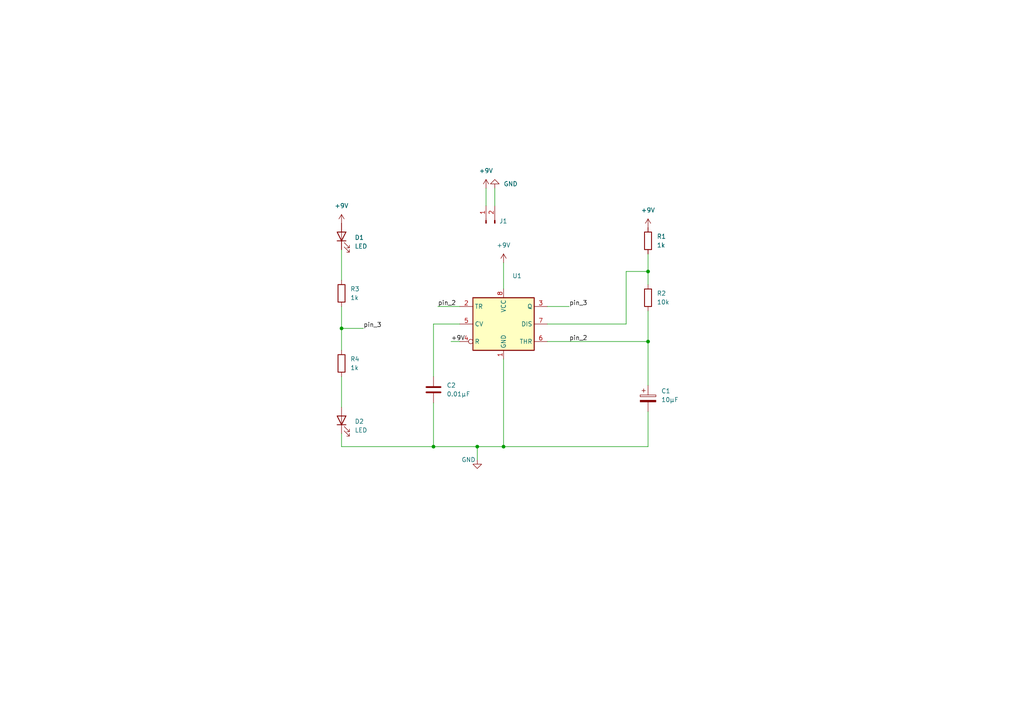
<source format=kicad_sch>
(kicad_sch (version 20211123) (generator eeschema)

  (uuid a54d06f8-11b7-4311-a776-5a4308441b92)

  (paper "A4")

  (lib_symbols
    (symbol "Connector:Conn_01x02_Male" (pin_names (offset 1.016) hide) (in_bom yes) (on_board yes)
      (property "Reference" "J" (id 0) (at 0 2.54 0)
        (effects (font (size 1.27 1.27)))
      )
      (property "Value" "Conn_01x02_Male" (id 1) (at 0 -5.08 0)
        (effects (font (size 1.27 1.27)))
      )
      (property "Footprint" "" (id 2) (at 0 0 0)
        (effects (font (size 1.27 1.27)) hide)
      )
      (property "Datasheet" "~" (id 3) (at 0 0 0)
        (effects (font (size 1.27 1.27)) hide)
      )
      (property "ki_keywords" "connector" (id 4) (at 0 0 0)
        (effects (font (size 1.27 1.27)) hide)
      )
      (property "ki_description" "Generic connector, single row, 01x02, script generated (kicad-library-utils/schlib/autogen/connector/)" (id 5) (at 0 0 0)
        (effects (font (size 1.27 1.27)) hide)
      )
      (property "ki_fp_filters" "Connector*:*_1x??_*" (id 6) (at 0 0 0)
        (effects (font (size 1.27 1.27)) hide)
      )
      (symbol "Conn_01x02_Male_1_1"
        (polyline
          (pts
            (xy 1.27 -2.54)
            (xy 0.8636 -2.54)
          )
          (stroke (width 0.1524) (type default) (color 0 0 0 0))
          (fill (type none))
        )
        (polyline
          (pts
            (xy 1.27 0)
            (xy 0.8636 0)
          )
          (stroke (width 0.1524) (type default) (color 0 0 0 0))
          (fill (type none))
        )
        (rectangle (start 0.8636 -2.413) (end 0 -2.667)
          (stroke (width 0.1524) (type default) (color 0 0 0 0))
          (fill (type outline))
        )
        (rectangle (start 0.8636 0.127) (end 0 -0.127)
          (stroke (width 0.1524) (type default) (color 0 0 0 0))
          (fill (type outline))
        )
        (pin passive line (at 5.08 0 180) (length 3.81)
          (name "Pin_1" (effects (font (size 1.27 1.27))))
          (number "1" (effects (font (size 1.27 1.27))))
        )
        (pin passive line (at 5.08 -2.54 180) (length 3.81)
          (name "Pin_2" (effects (font (size 1.27 1.27))))
          (number "2" (effects (font (size 1.27 1.27))))
        )
      )
    )
    (symbol "Device:C" (pin_numbers hide) (pin_names (offset 0.254)) (in_bom yes) (on_board yes)
      (property "Reference" "C" (id 0) (at 0.635 2.54 0)
        (effects (font (size 1.27 1.27)) (justify left))
      )
      (property "Value" "C" (id 1) (at 0.635 -2.54 0)
        (effects (font (size 1.27 1.27)) (justify left))
      )
      (property "Footprint" "" (id 2) (at 0.9652 -3.81 0)
        (effects (font (size 1.27 1.27)) hide)
      )
      (property "Datasheet" "~" (id 3) (at 0 0 0)
        (effects (font (size 1.27 1.27)) hide)
      )
      (property "ki_keywords" "cap capacitor" (id 4) (at 0 0 0)
        (effects (font (size 1.27 1.27)) hide)
      )
      (property "ki_description" "Unpolarized capacitor" (id 5) (at 0 0 0)
        (effects (font (size 1.27 1.27)) hide)
      )
      (property "ki_fp_filters" "C_*" (id 6) (at 0 0 0)
        (effects (font (size 1.27 1.27)) hide)
      )
      (symbol "C_0_1"
        (polyline
          (pts
            (xy -2.032 -0.762)
            (xy 2.032 -0.762)
          )
          (stroke (width 0.508) (type default) (color 0 0 0 0))
          (fill (type none))
        )
        (polyline
          (pts
            (xy -2.032 0.762)
            (xy 2.032 0.762)
          )
          (stroke (width 0.508) (type default) (color 0 0 0 0))
          (fill (type none))
        )
      )
      (symbol "C_1_1"
        (pin passive line (at 0 3.81 270) (length 2.794)
          (name "~" (effects (font (size 1.27 1.27))))
          (number "1" (effects (font (size 1.27 1.27))))
        )
        (pin passive line (at 0 -3.81 90) (length 2.794)
          (name "~" (effects (font (size 1.27 1.27))))
          (number "2" (effects (font (size 1.27 1.27))))
        )
      )
    )
    (symbol "Device:C_Polarized" (pin_numbers hide) (pin_names (offset 0.254)) (in_bom yes) (on_board yes)
      (property "Reference" "C" (id 0) (at 0.635 2.54 0)
        (effects (font (size 1.27 1.27)) (justify left))
      )
      (property "Value" "C_Polarized" (id 1) (at 0.635 -2.54 0)
        (effects (font (size 1.27 1.27)) (justify left))
      )
      (property "Footprint" "" (id 2) (at 0.9652 -3.81 0)
        (effects (font (size 1.27 1.27)) hide)
      )
      (property "Datasheet" "~" (id 3) (at 0 0 0)
        (effects (font (size 1.27 1.27)) hide)
      )
      (property "ki_keywords" "cap capacitor" (id 4) (at 0 0 0)
        (effects (font (size 1.27 1.27)) hide)
      )
      (property "ki_description" "Polarized capacitor" (id 5) (at 0 0 0)
        (effects (font (size 1.27 1.27)) hide)
      )
      (property "ki_fp_filters" "CP_*" (id 6) (at 0 0 0)
        (effects (font (size 1.27 1.27)) hide)
      )
      (symbol "C_Polarized_0_1"
        (rectangle (start -2.286 0.508) (end 2.286 1.016)
          (stroke (width 0) (type default) (color 0 0 0 0))
          (fill (type none))
        )
        (polyline
          (pts
            (xy -1.778 2.286)
            (xy -0.762 2.286)
          )
          (stroke (width 0) (type default) (color 0 0 0 0))
          (fill (type none))
        )
        (polyline
          (pts
            (xy -1.27 2.794)
            (xy -1.27 1.778)
          )
          (stroke (width 0) (type default) (color 0 0 0 0))
          (fill (type none))
        )
        (rectangle (start 2.286 -0.508) (end -2.286 -1.016)
          (stroke (width 0) (type default) (color 0 0 0 0))
          (fill (type outline))
        )
      )
      (symbol "C_Polarized_1_1"
        (pin passive line (at 0 3.81 270) (length 2.794)
          (name "~" (effects (font (size 1.27 1.27))))
          (number "1" (effects (font (size 1.27 1.27))))
        )
        (pin passive line (at 0 -3.81 90) (length 2.794)
          (name "~" (effects (font (size 1.27 1.27))))
          (number "2" (effects (font (size 1.27 1.27))))
        )
      )
    )
    (symbol "Device:LED" (pin_numbers hide) (pin_names (offset 1.016) hide) (in_bom yes) (on_board yes)
      (property "Reference" "D" (id 0) (at 0 2.54 0)
        (effects (font (size 1.27 1.27)))
      )
      (property "Value" "LED" (id 1) (at 0 -2.54 0)
        (effects (font (size 1.27 1.27)))
      )
      (property "Footprint" "" (id 2) (at 0 0 0)
        (effects (font (size 1.27 1.27)) hide)
      )
      (property "Datasheet" "~" (id 3) (at 0 0 0)
        (effects (font (size 1.27 1.27)) hide)
      )
      (property "ki_keywords" "LED diode" (id 4) (at 0 0 0)
        (effects (font (size 1.27 1.27)) hide)
      )
      (property "ki_description" "Light emitting diode" (id 5) (at 0 0 0)
        (effects (font (size 1.27 1.27)) hide)
      )
      (property "ki_fp_filters" "LED* LED_SMD:* LED_THT:*" (id 6) (at 0 0 0)
        (effects (font (size 1.27 1.27)) hide)
      )
      (symbol "LED_0_1"
        (polyline
          (pts
            (xy -1.27 -1.27)
            (xy -1.27 1.27)
          )
          (stroke (width 0.254) (type default) (color 0 0 0 0))
          (fill (type none))
        )
        (polyline
          (pts
            (xy -1.27 0)
            (xy 1.27 0)
          )
          (stroke (width 0) (type default) (color 0 0 0 0))
          (fill (type none))
        )
        (polyline
          (pts
            (xy 1.27 -1.27)
            (xy 1.27 1.27)
            (xy -1.27 0)
            (xy 1.27 -1.27)
          )
          (stroke (width 0.254) (type default) (color 0 0 0 0))
          (fill (type none))
        )
        (polyline
          (pts
            (xy -3.048 -0.762)
            (xy -4.572 -2.286)
            (xy -3.81 -2.286)
            (xy -4.572 -2.286)
            (xy -4.572 -1.524)
          )
          (stroke (width 0) (type default) (color 0 0 0 0))
          (fill (type none))
        )
        (polyline
          (pts
            (xy -1.778 -0.762)
            (xy -3.302 -2.286)
            (xy -2.54 -2.286)
            (xy -3.302 -2.286)
            (xy -3.302 -1.524)
          )
          (stroke (width 0) (type default) (color 0 0 0 0))
          (fill (type none))
        )
      )
      (symbol "LED_1_1"
        (pin passive line (at -3.81 0 0) (length 2.54)
          (name "K" (effects (font (size 1.27 1.27))))
          (number "1" (effects (font (size 1.27 1.27))))
        )
        (pin passive line (at 3.81 0 180) (length 2.54)
          (name "A" (effects (font (size 1.27 1.27))))
          (number "2" (effects (font (size 1.27 1.27))))
        )
      )
    )
    (symbol "Device:R" (pin_numbers hide) (pin_names (offset 0)) (in_bom yes) (on_board yes)
      (property "Reference" "R" (id 0) (at 2.032 0 90)
        (effects (font (size 1.27 1.27)))
      )
      (property "Value" "R" (id 1) (at 0 0 90)
        (effects (font (size 1.27 1.27)))
      )
      (property "Footprint" "" (id 2) (at -1.778 0 90)
        (effects (font (size 1.27 1.27)) hide)
      )
      (property "Datasheet" "~" (id 3) (at 0 0 0)
        (effects (font (size 1.27 1.27)) hide)
      )
      (property "ki_keywords" "R res resistor" (id 4) (at 0 0 0)
        (effects (font (size 1.27 1.27)) hide)
      )
      (property "ki_description" "Resistor" (id 5) (at 0 0 0)
        (effects (font (size 1.27 1.27)) hide)
      )
      (property "ki_fp_filters" "R_*" (id 6) (at 0 0 0)
        (effects (font (size 1.27 1.27)) hide)
      )
      (symbol "R_0_1"
        (rectangle (start -1.016 -2.54) (end 1.016 2.54)
          (stroke (width 0.254) (type default) (color 0 0 0 0))
          (fill (type none))
        )
      )
      (symbol "R_1_1"
        (pin passive line (at 0 3.81 270) (length 1.27)
          (name "~" (effects (font (size 1.27 1.27))))
          (number "1" (effects (font (size 1.27 1.27))))
        )
        (pin passive line (at 0 -3.81 90) (length 1.27)
          (name "~" (effects (font (size 1.27 1.27))))
          (number "2" (effects (font (size 1.27 1.27))))
        )
      )
    )
    (symbol "Timer:NE555D" (in_bom yes) (on_board yes)
      (property "Reference" "U" (id 0) (at -10.16 8.89 0)
        (effects (font (size 1.27 1.27)) (justify left))
      )
      (property "Value" "NE555D" (id 1) (at 2.54 8.89 0)
        (effects (font (size 1.27 1.27)) (justify left))
      )
      (property "Footprint" "Package_SO:SOIC-8_3.9x4.9mm_P1.27mm" (id 2) (at 21.59 -10.16 0)
        (effects (font (size 1.27 1.27)) hide)
      )
      (property "Datasheet" "http://www.ti.com/lit/ds/symlink/ne555.pdf" (id 3) (at 21.59 -10.16 0)
        (effects (font (size 1.27 1.27)) hide)
      )
      (property "ki_keywords" "single timer 555" (id 4) (at 0 0 0)
        (effects (font (size 1.27 1.27)) hide)
      )
      (property "ki_description" "Precision Timers, 555 compatible, SOIC-8" (id 5) (at 0 0 0)
        (effects (font (size 1.27 1.27)) hide)
      )
      (property "ki_fp_filters" "SOIC*3.9x4.9mm*P1.27mm*" (id 6) (at 0 0 0)
        (effects (font (size 1.27 1.27)) hide)
      )
      (symbol "NE555D_0_0"
        (pin power_in line (at 0 -10.16 90) (length 2.54)
          (name "GND" (effects (font (size 1.27 1.27))))
          (number "1" (effects (font (size 1.27 1.27))))
        )
        (pin power_in line (at 0 10.16 270) (length 2.54)
          (name "VCC" (effects (font (size 1.27 1.27))))
          (number "8" (effects (font (size 1.27 1.27))))
        )
      )
      (symbol "NE555D_0_1"
        (rectangle (start -8.89 -7.62) (end 8.89 7.62)
          (stroke (width 0.254) (type default) (color 0 0 0 0))
          (fill (type background))
        )
        (rectangle (start -8.89 -7.62) (end 8.89 7.62)
          (stroke (width 0.254) (type default) (color 0 0 0 0))
          (fill (type background))
        )
      )
      (symbol "NE555D_1_1"
        (pin input line (at -12.7 5.08 0) (length 3.81)
          (name "TR" (effects (font (size 1.27 1.27))))
          (number "2" (effects (font (size 1.27 1.27))))
        )
        (pin output line (at 12.7 5.08 180) (length 3.81)
          (name "Q" (effects (font (size 1.27 1.27))))
          (number "3" (effects (font (size 1.27 1.27))))
        )
        (pin input inverted (at -12.7 -5.08 0) (length 3.81)
          (name "R" (effects (font (size 1.27 1.27))))
          (number "4" (effects (font (size 1.27 1.27))))
        )
        (pin input line (at -12.7 0 0) (length 3.81)
          (name "CV" (effects (font (size 1.27 1.27))))
          (number "5" (effects (font (size 1.27 1.27))))
        )
        (pin input line (at 12.7 -5.08 180) (length 3.81)
          (name "THR" (effects (font (size 1.27 1.27))))
          (number "6" (effects (font (size 1.27 1.27))))
        )
        (pin input line (at 12.7 0 180) (length 3.81)
          (name "DIS" (effects (font (size 1.27 1.27))))
          (number "7" (effects (font (size 1.27 1.27))))
        )
      )
    )
    (symbol "power:+9V" (power) (pin_names (offset 0)) (in_bom yes) (on_board yes)
      (property "Reference" "#PWR" (id 0) (at 0 -3.81 0)
        (effects (font (size 1.27 1.27)) hide)
      )
      (property "Value" "+9V" (id 1) (at 0 3.556 0)
        (effects (font (size 1.27 1.27)))
      )
      (property "Footprint" "" (id 2) (at 0 0 0)
        (effects (font (size 1.27 1.27)) hide)
      )
      (property "Datasheet" "" (id 3) (at 0 0 0)
        (effects (font (size 1.27 1.27)) hide)
      )
      (property "ki_keywords" "global power" (id 4) (at 0 0 0)
        (effects (font (size 1.27 1.27)) hide)
      )
      (property "ki_description" "Power symbol creates a global label with name \"+9V\"" (id 5) (at 0 0 0)
        (effects (font (size 1.27 1.27)) hide)
      )
      (symbol "+9V_0_1"
        (polyline
          (pts
            (xy -0.762 1.27)
            (xy 0 2.54)
          )
          (stroke (width 0) (type default) (color 0 0 0 0))
          (fill (type none))
        )
        (polyline
          (pts
            (xy 0 0)
            (xy 0 2.54)
          )
          (stroke (width 0) (type default) (color 0 0 0 0))
          (fill (type none))
        )
        (polyline
          (pts
            (xy 0 2.54)
            (xy 0.762 1.27)
          )
          (stroke (width 0) (type default) (color 0 0 0 0))
          (fill (type none))
        )
      )
      (symbol "+9V_1_1"
        (pin power_in line (at 0 0 90) (length 0) hide
          (name "+9V" (effects (font (size 1.27 1.27))))
          (number "1" (effects (font (size 1.27 1.27))))
        )
      )
    )
    (symbol "power:GND" (power) (pin_names (offset 0)) (in_bom yes) (on_board yes)
      (property "Reference" "#PWR" (id 0) (at 0 -6.35 0)
        (effects (font (size 1.27 1.27)) hide)
      )
      (property "Value" "GND" (id 1) (at 0 -3.81 0)
        (effects (font (size 1.27 1.27)))
      )
      (property "Footprint" "" (id 2) (at 0 0 0)
        (effects (font (size 1.27 1.27)) hide)
      )
      (property "Datasheet" "" (id 3) (at 0 0 0)
        (effects (font (size 1.27 1.27)) hide)
      )
      (property "ki_keywords" "global power" (id 4) (at 0 0 0)
        (effects (font (size 1.27 1.27)) hide)
      )
      (property "ki_description" "Power symbol creates a global label with name \"GND\" , ground" (id 5) (at 0 0 0)
        (effects (font (size 1.27 1.27)) hide)
      )
      (symbol "GND_0_1"
        (polyline
          (pts
            (xy 0 0)
            (xy 0 -1.27)
            (xy 1.27 -1.27)
            (xy 0 -2.54)
            (xy -1.27 -1.27)
            (xy 0 -1.27)
          )
          (stroke (width 0) (type default) (color 0 0 0 0))
          (fill (type none))
        )
      )
      (symbol "GND_1_1"
        (pin power_in line (at 0 0 270) (length 0) hide
          (name "GND" (effects (font (size 1.27 1.27))))
          (number "1" (effects (font (size 1.27 1.27))))
        )
      )
    )
  )


  (junction (at 138.43 129.54) (diameter 0) (color 0 0 0 0)
    (uuid 1b68742e-b4af-49db-b42a-2e184fd2da1f)
  )
  (junction (at 187.96 78.74) (diameter 0) (color 0 0 0 0)
    (uuid 4effe9bc-91e5-489f-a1d5-70d1f5ed555c)
  )
  (junction (at 99.06 95.25) (diameter 0) (color 0 0 0 0)
    (uuid 8fcf12a7-d8da-4a60-80c9-ce6c1d094059)
  )
  (junction (at 187.96 99.06) (diameter 0) (color 0 0 0 0)
    (uuid b0169f50-3f6e-4da5-b78a-0cbe753b1cd5)
  )
  (junction (at 146.05 129.54) (diameter 0) (color 0 0 0 0)
    (uuid b053133e-95b8-4d89-9644-c098d75a85c3)
  )
  (junction (at 125.73 129.54) (diameter 0) (color 0 0 0 0)
    (uuid f6990997-5b51-47ab-990c-6aa281909b15)
  )

  (wire (pts (xy 125.73 129.54) (xy 138.43 129.54))
    (stroke (width 0) (type default) (color 0 0 0 0))
    (uuid 1054fe56-c058-4e29-96e4-7a26a279a35d)
  )
  (wire (pts (xy 99.06 72.39) (xy 99.06 81.28))
    (stroke (width 0) (type default) (color 0 0 0 0))
    (uuid 180d5997-8865-4d36-a9ac-9535f6f5103a)
  )
  (wire (pts (xy 99.06 88.9) (xy 99.06 95.25))
    (stroke (width 0) (type default) (color 0 0 0 0))
    (uuid 1ec72242-fc6a-459f-bddd-c0e61a705e5c)
  )
  (wire (pts (xy 187.96 73.66) (xy 187.96 78.74))
    (stroke (width 0) (type default) (color 0 0 0 0))
    (uuid 5c37e5c6-73f1-4577-b121-3c4a5b23e764)
  )
  (wire (pts (xy 181.61 78.74) (xy 187.96 78.74))
    (stroke (width 0) (type default) (color 0 0 0 0))
    (uuid 5d49bc7e-aead-4477-8d4b-085c97b460de)
  )
  (wire (pts (xy 125.73 93.98) (xy 133.35 93.98))
    (stroke (width 0) (type default) (color 0 0 0 0))
    (uuid 62c2120a-958c-450f-82a7-8a01802e5ad8)
  )
  (wire (pts (xy 140.97 54.61) (xy 140.97 59.69))
    (stroke (width 0) (type default) (color 0 0 0 0))
    (uuid 634e0eb3-2c1c-4e3d-8829-a9c57382305d)
  )
  (wire (pts (xy 138.43 129.54) (xy 146.05 129.54))
    (stroke (width 0) (type default) (color 0 0 0 0))
    (uuid 6d2735c3-e3d7-4f40-b2f0-b302e682a6bc)
  )
  (wire (pts (xy 138.43 133.35) (xy 138.43 129.54))
    (stroke (width 0) (type default) (color 0 0 0 0))
    (uuid 6ebac590-3d80-4a0a-9d24-fb9de0356afc)
  )
  (wire (pts (xy 99.06 95.25) (xy 99.06 101.6))
    (stroke (width 0) (type default) (color 0 0 0 0))
    (uuid 7ac222f2-2838-499b-bb1d-8d00d89118c3)
  )
  (wire (pts (xy 187.96 129.54) (xy 187.96 119.38))
    (stroke (width 0) (type default) (color 0 0 0 0))
    (uuid 7d5bc272-5d60-4311-9c75-05a478f9d05a)
  )
  (wire (pts (xy 99.06 125.73) (xy 99.06 129.54))
    (stroke (width 0) (type default) (color 0 0 0 0))
    (uuid 813fb560-d8af-4dec-929c-b86a36e2c17d)
  )
  (wire (pts (xy 125.73 116.84) (xy 125.73 129.54))
    (stroke (width 0) (type default) (color 0 0 0 0))
    (uuid 892488e1-60ed-4554-812f-d6ea677bcaa1)
  )
  (wire (pts (xy 158.75 99.06) (xy 187.96 99.06))
    (stroke (width 0) (type default) (color 0 0 0 0))
    (uuid 96962062-4d30-44ed-b259-0d2b5f5cd074)
  )
  (wire (pts (xy 158.75 93.98) (xy 181.61 93.98))
    (stroke (width 0) (type default) (color 0 0 0 0))
    (uuid 9d475727-b39e-4fec-bbf3-0f60404629fc)
  )
  (wire (pts (xy 130.81 99.06) (xy 133.35 99.06))
    (stroke (width 0) (type default) (color 0 0 0 0))
    (uuid a24cfd6e-c549-4e53-a524-c9156f0077f7)
  )
  (wire (pts (xy 181.61 93.98) (xy 181.61 78.74))
    (stroke (width 0) (type default) (color 0 0 0 0))
    (uuid a7fbd688-feac-4e02-b8a6-aeb6c0687119)
  )
  (wire (pts (xy 127 88.9) (xy 133.35 88.9))
    (stroke (width 0) (type default) (color 0 0 0 0))
    (uuid ae2ede44-2857-4033-9b5f-5bbb425a4af9)
  )
  (wire (pts (xy 146.05 104.14) (xy 146.05 129.54))
    (stroke (width 0) (type default) (color 0 0 0 0))
    (uuid b38f5139-1b0b-43e3-bb6a-66b697ae8909)
  )
  (wire (pts (xy 143.51 54.61) (xy 143.51 59.69))
    (stroke (width 0) (type default) (color 0 0 0 0))
    (uuid be8ece12-615c-4fe1-a03f-640d794877ac)
  )
  (wire (pts (xy 187.96 90.17) (xy 187.96 99.06))
    (stroke (width 0) (type default) (color 0 0 0 0))
    (uuid c23f6027-b411-4bd5-b3a7-939bb12b787d)
  )
  (wire (pts (xy 125.73 109.22) (xy 125.73 93.98))
    (stroke (width 0) (type default) (color 0 0 0 0))
    (uuid c4fc2aef-33b5-46ff-a621-793d0098148d)
  )
  (wire (pts (xy 99.06 109.22) (xy 99.06 118.11))
    (stroke (width 0) (type default) (color 0 0 0 0))
    (uuid c936a13a-b473-43bc-b3ed-f5a37f57be81)
  )
  (wire (pts (xy 187.96 78.74) (xy 187.96 82.55))
    (stroke (width 0) (type default) (color 0 0 0 0))
    (uuid ce2ee1c9-dff2-4355-99a7-36b8749911a0)
  )
  (wire (pts (xy 187.96 99.06) (xy 187.96 111.76))
    (stroke (width 0) (type default) (color 0 0 0 0))
    (uuid d62bd390-da2e-4714-803e-8fe853609e4c)
  )
  (wire (pts (xy 99.06 95.25) (xy 105.41 95.25))
    (stroke (width 0) (type default) (color 0 0 0 0))
    (uuid dcaeb1b7-1637-4792-a3af-3bbe098601f4)
  )
  (wire (pts (xy 99.06 129.54) (xy 125.73 129.54))
    (stroke (width 0) (type default) (color 0 0 0 0))
    (uuid eb6c680a-3c39-4b71-bf97-abee990f122c)
  )
  (wire (pts (xy 146.05 76.2) (xy 146.05 83.82))
    (stroke (width 0) (type default) (color 0 0 0 0))
    (uuid f48285fc-770e-48ef-afbc-ce0f358831d8)
  )
  (wire (pts (xy 158.75 88.9) (xy 165.1 88.9))
    (stroke (width 0) (type default) (color 0 0 0 0))
    (uuid f496bdcf-4902-451c-8bc5-aa95b419046e)
  )
  (wire (pts (xy 146.05 129.54) (xy 187.96 129.54))
    (stroke (width 0) (type default) (color 0 0 0 0))
    (uuid f9705796-63d1-41d4-bf15-f4a031775a49)
  )

  (label "+9V" (at 130.81 99.06 0)
    (effects (font (size 1.27 1.27)) (justify left bottom))
    (uuid 251ec242-af6d-4f57-9301-3b12d32e4eb8)
  )
  (label "pin_2" (at 165.1 99.06 0)
    (effects (font (size 1.27 1.27)) (justify left bottom))
    (uuid 2e1bed30-91cd-4dca-bb98-3ba7e1de23ad)
  )
  (label "pin_2" (at 127 88.9 0)
    (effects (font (size 1.27 1.27)) (justify left bottom))
    (uuid 4a2c9ce5-5db0-432e-8828-0866d2cf8496)
  )
  (label "pin_3" (at 165.1 88.9 0)
    (effects (font (size 1.27 1.27)) (justify left bottom))
    (uuid 6bb02051-dfe9-48a7-a673-69c7bbe73b77)
  )
  (label "pin_3" (at 105.41 95.25 0)
    (effects (font (size 1.27 1.27)) (justify left bottom))
    (uuid a0006f7e-439c-4d78-8a35-ceb9307365b5)
  )

  (symbol (lib_id "Device:LED") (at 99.06 68.58 90) (unit 1)
    (in_bom yes) (on_board yes) (fields_autoplaced)
    (uuid 03f6570c-f198-4eb9-9ac4-30429756b1d4)
    (property "Reference" "D1" (id 0) (at 102.87 68.8974 90)
      (effects (font (size 1.27 1.27)) (justify right))
    )
    (property "Value" "LED" (id 1) (at 102.87 71.4374 90)
      (effects (font (size 1.27 1.27)) (justify right))
    )
    (property "Footprint" "LED_SMD:LED_1206_3216Metric_Pad1.42x1.75mm_HandSolder" (id 2) (at 99.06 68.58 0)
      (effects (font (size 1.27 1.27)) hide)
    )
    (property "Datasheet" "~" (id 3) (at 99.06 68.58 0)
      (effects (font (size 1.27 1.27)) hide)
    )
    (pin "1" (uuid cf7bca41-f38b-415d-a054-6674cf4282b7))
    (pin "2" (uuid 0c1ee76f-7743-4a33-9bf2-81d817a83eb9))
  )

  (symbol (lib_id "power:+9V") (at 140.97 54.61 0) (unit 1)
    (in_bom yes) (on_board yes) (fields_autoplaced)
    (uuid 0963f4a9-bf6b-42ec-8447-50a9ad22a9ec)
    (property "Reference" "#PWR0104" (id 0) (at 140.97 58.42 0)
      (effects (font (size 1.27 1.27)) hide)
    )
    (property "Value" "+9V" (id 1) (at 140.97 49.53 0))
    (property "Footprint" "" (id 2) (at 140.97 54.61 0)
      (effects (font (size 1.27 1.27)) hide)
    )
    (property "Datasheet" "" (id 3) (at 140.97 54.61 0)
      (effects (font (size 1.27 1.27)) hide)
    )
    (pin "1" (uuid fe2bf7f2-b964-47e4-ae65-fdc0be082dd7))
  )

  (symbol (lib_id "Device:R") (at 187.96 69.85 0) (unit 1)
    (in_bom yes) (on_board yes) (fields_autoplaced)
    (uuid 64e884d3-45b9-4cee-8cc5-c1aa77943e9f)
    (property "Reference" "R1" (id 0) (at 190.5 68.5799 0)
      (effects (font (size 1.27 1.27)) (justify left))
    )
    (property "Value" "1k" (id 1) (at 190.5 71.1199 0)
      (effects (font (size 1.27 1.27)) (justify left))
    )
    (property "Footprint" "Resistor_SMD:R_0805_2012Metric_Pad1.20x1.40mm_HandSolder" (id 2) (at 186.182 69.85 90)
      (effects (font (size 1.27 1.27)) hide)
    )
    (property "Datasheet" "~" (id 3) (at 187.96 69.85 0)
      (effects (font (size 1.27 1.27)) hide)
    )
    (pin "1" (uuid 260548c0-4720-4791-95a9-dc26c1ddcb95))
    (pin "2" (uuid 0761f50f-a8d2-4f20-8cba-1b6b67ad7736))
  )

  (symbol (lib_id "Device:R") (at 187.96 86.36 0) (unit 1)
    (in_bom yes) (on_board yes) (fields_autoplaced)
    (uuid 7163c119-8c6b-40c9-9746-dd5b1c7900ab)
    (property "Reference" "R2" (id 0) (at 190.5 85.0899 0)
      (effects (font (size 1.27 1.27)) (justify left))
    )
    (property "Value" "10k" (id 1) (at 190.5 87.6299 0)
      (effects (font (size 1.27 1.27)) (justify left))
    )
    (property "Footprint" "Resistor_SMD:R_0805_2012Metric_Pad1.20x1.40mm_HandSolder" (id 2) (at 186.182 86.36 90)
      (effects (font (size 1.27 1.27)) hide)
    )
    (property "Datasheet" "~" (id 3) (at 187.96 86.36 0)
      (effects (font (size 1.27 1.27)) hide)
    )
    (pin "1" (uuid e1432fa7-fb53-45ef-918b-56cd4f31bdc3))
    (pin "2" (uuid c6048eb2-9e11-4971-a8dc-509593cfc802))
  )

  (symbol (lib_id "power:+9V") (at 146.05 76.2 0) (unit 1)
    (in_bom yes) (on_board yes) (fields_autoplaced)
    (uuid 730145bf-c110-4de1-9da8-cab36abab61c)
    (property "Reference" "#PWR0106" (id 0) (at 146.05 80.01 0)
      (effects (font (size 1.27 1.27)) hide)
    )
    (property "Value" "+9V" (id 1) (at 146.05 71.12 0))
    (property "Footprint" "" (id 2) (at 146.05 76.2 0)
      (effects (font (size 1.27 1.27)) hide)
    )
    (property "Datasheet" "" (id 3) (at 146.05 76.2 0)
      (effects (font (size 1.27 1.27)) hide)
    )
    (pin "1" (uuid de1df552-53f8-4fb0-8f2c-44c7cbeed605))
  )

  (symbol (lib_id "power:+9V") (at 99.06 64.77 0) (unit 1)
    (in_bom yes) (on_board yes) (fields_autoplaced)
    (uuid 8e708f6c-8986-496c-8914-677c33547f70)
    (property "Reference" "#PWR0101" (id 0) (at 99.06 68.58 0)
      (effects (font (size 1.27 1.27)) hide)
    )
    (property "Value" "+9V" (id 1) (at 99.06 59.69 0))
    (property "Footprint" "" (id 2) (at 99.06 64.77 0)
      (effects (font (size 1.27 1.27)) hide)
    )
    (property "Datasheet" "" (id 3) (at 99.06 64.77 0)
      (effects (font (size 1.27 1.27)) hide)
    )
    (pin "1" (uuid dc99af54-cc56-49ae-8088-6f02f38cf3a2))
  )

  (symbol (lib_id "power:GND") (at 143.51 54.61 180) (unit 1)
    (in_bom yes) (on_board yes) (fields_autoplaced)
    (uuid 8e91eac0-2d24-45d7-aec4-007591c5a004)
    (property "Reference" "#PWR0105" (id 0) (at 143.51 48.26 0)
      (effects (font (size 1.27 1.27)) hide)
    )
    (property "Value" "GND" (id 1) (at 146.05 53.3399 0)
      (effects (font (size 1.27 1.27)) (justify right))
    )
    (property "Footprint" "" (id 2) (at 143.51 54.61 0)
      (effects (font (size 1.27 1.27)) hide)
    )
    (property "Datasheet" "" (id 3) (at 143.51 54.61 0)
      (effects (font (size 1.27 1.27)) hide)
    )
    (pin "1" (uuid 82943241-71fe-4a8e-a591-3dad6d88188f))
  )

  (symbol (lib_id "power:+9V") (at 187.96 66.04 0) (unit 1)
    (in_bom yes) (on_board yes) (fields_autoplaced)
    (uuid b5e8246e-407b-4e3a-87ca-027e31a36f4e)
    (property "Reference" "#PWR0103" (id 0) (at 187.96 69.85 0)
      (effects (font (size 1.27 1.27)) hide)
    )
    (property "Value" "+9V" (id 1) (at 187.96 60.96 0))
    (property "Footprint" "" (id 2) (at 187.96 66.04 0)
      (effects (font (size 1.27 1.27)) hide)
    )
    (property "Datasheet" "" (id 3) (at 187.96 66.04 0)
      (effects (font (size 1.27 1.27)) hide)
    )
    (pin "1" (uuid e1375026-e9c8-4d0c-b571-0fe03cce5842))
  )

  (symbol (lib_id "Device:R") (at 99.06 85.09 0) (unit 1)
    (in_bom yes) (on_board yes) (fields_autoplaced)
    (uuid ba3aa3df-3b74-4312-a045-1c2c2d5b78e6)
    (property "Reference" "R3" (id 0) (at 101.6 83.8199 0)
      (effects (font (size 1.27 1.27)) (justify left))
    )
    (property "Value" "1k" (id 1) (at 101.6 86.3599 0)
      (effects (font (size 1.27 1.27)) (justify left))
    )
    (property "Footprint" "Resistor_SMD:R_0805_2012Metric_Pad1.20x1.40mm_HandSolder" (id 2) (at 97.282 85.09 90)
      (effects (font (size 1.27 1.27)) hide)
    )
    (property "Datasheet" "~" (id 3) (at 99.06 85.09 0)
      (effects (font (size 1.27 1.27)) hide)
    )
    (pin "1" (uuid 81c0ed7f-3ec7-491c-82f1-fd298a0e9d18))
    (pin "2" (uuid bafd9d28-b8d4-4ec7-8d6e-860b1244988a))
  )

  (symbol (lib_id "Device:R") (at 99.06 105.41 0) (unit 1)
    (in_bom yes) (on_board yes) (fields_autoplaced)
    (uuid bc6e9cbb-c3ce-424c-ae52-ac6f6fb3f33c)
    (property "Reference" "R4" (id 0) (at 101.6 104.1399 0)
      (effects (font (size 1.27 1.27)) (justify left))
    )
    (property "Value" "1k" (id 1) (at 101.6 106.6799 0)
      (effects (font (size 1.27 1.27)) (justify left))
    )
    (property "Footprint" "Resistor_SMD:R_0805_2012Metric_Pad1.20x1.40mm_HandSolder" (id 2) (at 97.282 105.41 90)
      (effects (font (size 1.27 1.27)) hide)
    )
    (property "Datasheet" "~" (id 3) (at 99.06 105.41 0)
      (effects (font (size 1.27 1.27)) hide)
    )
    (pin "1" (uuid 51988391-939c-4bee-9902-29d11401b37b))
    (pin "2" (uuid 86b95c9b-b741-4f4d-be00-2527e17b43c6))
  )

  (symbol (lib_id "Device:C") (at 125.73 113.03 0) (unit 1)
    (in_bom yes) (on_board yes) (fields_autoplaced)
    (uuid d24d74e5-5ff0-4a69-978f-2da57b22113d)
    (property "Reference" "C2" (id 0) (at 129.54 111.7599 0)
      (effects (font (size 1.27 1.27)) (justify left))
    )
    (property "Value" "0.01μF" (id 1) (at 129.54 114.2999 0)
      (effects (font (size 1.27 1.27)) (justify left))
    )
    (property "Footprint" "Capacitor_SMD:C_0805_2012Metric_Pad1.18x1.45mm_HandSolder" (id 2) (at 126.6952 116.84 0)
      (effects (font (size 1.27 1.27)) hide)
    )
    (property "Datasheet" "~" (id 3) (at 125.73 113.03 0)
      (effects (font (size 1.27 1.27)) hide)
    )
    (pin "1" (uuid 7643be69-9216-48ec-bbab-93b704c598d4))
    (pin "2" (uuid c3d9a13d-a87d-41d2-99dc-199bd64c34b4))
  )

  (symbol (lib_id "Device:LED") (at 99.06 121.92 90) (unit 1)
    (in_bom yes) (on_board yes) (fields_autoplaced)
    (uuid d2f77f60-0f39-44e4-a37c-88dbe9b7bc39)
    (property "Reference" "D2" (id 0) (at 102.87 122.2374 90)
      (effects (font (size 1.27 1.27)) (justify right))
    )
    (property "Value" "LED" (id 1) (at 102.87 124.7774 90)
      (effects (font (size 1.27 1.27)) (justify right))
    )
    (property "Footprint" "LED_SMD:LED_1206_3216Metric_Pad1.42x1.75mm_HandSolder" (id 2) (at 99.06 121.92 0)
      (effects (font (size 1.27 1.27)) hide)
    )
    (property "Datasheet" "~" (id 3) (at 99.06 121.92 0)
      (effects (font (size 1.27 1.27)) hide)
    )
    (pin "1" (uuid faaf1883-6dd8-4353-9fb9-a95aaa9221ee))
    (pin "2" (uuid fea882b0-4744-48c5-aa26-704145629dea))
  )

  (symbol (lib_id "power:GND") (at 138.43 133.35 0) (unit 1)
    (in_bom yes) (on_board yes)
    (uuid db6db216-95f2-4583-92c8-32928009aecf)
    (property "Reference" "#PWR0102" (id 0) (at 138.43 139.7 0)
      (effects (font (size 1.27 1.27)) hide)
    )
    (property "Value" "GND" (id 1) (at 135.89 133.35 0))
    (property "Footprint" "" (id 2) (at 138.43 133.35 0)
      (effects (font (size 1.27 1.27)) hide)
    )
    (property "Datasheet" "" (id 3) (at 138.43 133.35 0)
      (effects (font (size 1.27 1.27)) hide)
    )
    (pin "1" (uuid b21587f8-751c-4e64-9691-93f3ae73b6a2))
  )

  (symbol (lib_id "Connector:Conn_01x02_Male") (at 140.97 64.77 90) (unit 1)
    (in_bom yes) (on_board yes) (fields_autoplaced)
    (uuid ecdeeac5-9123-4ba9-a37a-0ae015e22614)
    (property "Reference" "J1" (id 0) (at 144.78 64.1349 90)
      (effects (font (size 1.27 1.27)) (justify right))
    )
    (property "Value" "Conn_01x02_Male" (id 1) (at 144.78 65.4049 90)
      (effects (font (size 1.27 1.27)) (justify right) hide)
    )
    (property "Footprint" "TerminalBlock:TerminalBlock_bornier-2_P5.08mm" (id 2) (at 140.97 64.77 0)
      (effects (font (size 1.27 1.27)) hide)
    )
    (property "Datasheet" "~" (id 3) (at 140.97 64.77 0)
      (effects (font (size 1.27 1.27)) hide)
    )
    (pin "1" (uuid 1bffac01-a46c-41dd-b42d-e9c034edd41c))
    (pin "2" (uuid ca0da840-7e3c-44d2-ae00-cea7867dd3ef))
  )

  (symbol (lib_id "Timer:NE555D") (at 146.05 93.98 0) (unit 1)
    (in_bom yes) (on_board yes)
    (uuid f4b719be-d45d-4192-9fca-1c011dc96f3e)
    (property "Reference" "U1" (id 0) (at 148.59 80.01 0)
      (effects (font (size 1.27 1.27)) (justify left))
    )
    (property "Value" "NE555D" (id 1) (at 148.0694 83.82 0)
      (effects (font (size 1.27 1.27)) (justify left) hide)
    )
    (property "Footprint" "Package_SO:SOIC-8-1EP_3.9x4.9mm_P1.27mm_EP2.29x3mm" (id 2) (at 167.64 104.14 0)
      (effects (font (size 1.27 1.27)) hide)
    )
    (property "Datasheet" "http://www.ti.com/lit/ds/symlink/ne555.pdf" (id 3) (at 167.64 104.14 0)
      (effects (font (size 1.27 1.27)) hide)
    )
    (pin "1" (uuid 2b593feb-759f-45cf-ba0c-55ea7b18e71c))
    (pin "8" (uuid 8fdcc99f-4861-4248-997e-91be10941714))
    (pin "2" (uuid 6e3a0f56-6efc-487d-9a42-bf3ac7aa56a5))
    (pin "3" (uuid 484687e9-bb2a-4928-b8b1-859bc2ff3d27))
    (pin "4" (uuid f2881751-8ab1-4d79-8c75-388cca6945a8))
    (pin "5" (uuid 5a0c2f8a-d294-4723-be48-5f1c11fb33bc))
    (pin "6" (uuid 1f011e3b-097f-4d33-86fb-17fbc45fdbd7))
    (pin "7" (uuid de085a82-8d34-4a70-800c-a8ac5041b2d7))
  )

  (symbol (lib_id "Device:C_Polarized") (at 187.96 115.57 0) (unit 1)
    (in_bom yes) (on_board yes) (fields_autoplaced)
    (uuid ffc76ae6-37cf-4bb2-bfbe-795a9a3cf814)
    (property "Reference" "C1" (id 0) (at 191.77 113.4109 0)
      (effects (font (size 1.27 1.27)) (justify left))
    )
    (property "Value" "10μF" (id 1) (at 191.77 115.9509 0)
      (effects (font (size 1.27 1.27)) (justify left))
    )
    (property "Footprint" "Capacitor_Tantalum_SMD:CP_EIA-3216-18_Kemet-A_Pad1.58x1.35mm_HandSolder" (id 2) (at 188.9252 119.38 0)
      (effects (font (size 1.27 1.27)) hide)
    )
    (property "Datasheet" "~" (id 3) (at 187.96 115.57 0)
      (effects (font (size 1.27 1.27)) hide)
    )
    (pin "1" (uuid 0656852e-6841-47f4-bb99-db2119858675))
    (pin "2" (uuid 84e78ab9-1851-41ac-a74e-10f48b3c2d62))
  )

  (sheet_instances
    (path "/" (page "1"))
  )

  (symbol_instances
    (path "/8e708f6c-8986-496c-8914-677c33547f70"
      (reference "#PWR0101") (unit 1) (value "+9V") (footprint "")
    )
    (path "/db6db216-95f2-4583-92c8-32928009aecf"
      (reference "#PWR0102") (unit 1) (value "GND") (footprint "")
    )
    (path "/b5e8246e-407b-4e3a-87ca-027e31a36f4e"
      (reference "#PWR0103") (unit 1) (value "+9V") (footprint "")
    )
    (path "/0963f4a9-bf6b-42ec-8447-50a9ad22a9ec"
      (reference "#PWR0104") (unit 1) (value "+9V") (footprint "")
    )
    (path "/8e91eac0-2d24-45d7-aec4-007591c5a004"
      (reference "#PWR0105") (unit 1) (value "GND") (footprint "")
    )
    (path "/730145bf-c110-4de1-9da8-cab36abab61c"
      (reference "#PWR0106") (unit 1) (value "+9V") (footprint "")
    )
    (path "/ffc76ae6-37cf-4bb2-bfbe-795a9a3cf814"
      (reference "C1") (unit 1) (value "10μF") (footprint "Capacitor_Tantalum_SMD:CP_EIA-3216-18_Kemet-A_Pad1.58x1.35mm_HandSolder")
    )
    (path "/d24d74e5-5ff0-4a69-978f-2da57b22113d"
      (reference "C2") (unit 1) (value "0.01μF") (footprint "Capacitor_SMD:C_0805_2012Metric_Pad1.18x1.45mm_HandSolder")
    )
    (path "/03f6570c-f198-4eb9-9ac4-30429756b1d4"
      (reference "D1") (unit 1) (value "LED") (footprint "LED_SMD:LED_1206_3216Metric_Pad1.42x1.75mm_HandSolder")
    )
    (path "/d2f77f60-0f39-44e4-a37c-88dbe9b7bc39"
      (reference "D2") (unit 1) (value "LED") (footprint "LED_SMD:LED_1206_3216Metric_Pad1.42x1.75mm_HandSolder")
    )
    (path "/ecdeeac5-9123-4ba9-a37a-0ae015e22614"
      (reference "J1") (unit 1) (value "Conn_01x02_Male") (footprint "TerminalBlock:TerminalBlock_bornier-2_P5.08mm")
    )
    (path "/64e884d3-45b9-4cee-8cc5-c1aa77943e9f"
      (reference "R1") (unit 1) (value "1k") (footprint "Resistor_SMD:R_0805_2012Metric_Pad1.20x1.40mm_HandSolder")
    )
    (path "/7163c119-8c6b-40c9-9746-dd5b1c7900ab"
      (reference "R2") (unit 1) (value "10k") (footprint "Resistor_SMD:R_0805_2012Metric_Pad1.20x1.40mm_HandSolder")
    )
    (path "/ba3aa3df-3b74-4312-a045-1c2c2d5b78e6"
      (reference "R3") (unit 1) (value "1k") (footprint "Resistor_SMD:R_0805_2012Metric_Pad1.20x1.40mm_HandSolder")
    )
    (path "/bc6e9cbb-c3ce-424c-ae52-ac6f6fb3f33c"
      (reference "R4") (unit 1) (value "1k") (footprint "Resistor_SMD:R_0805_2012Metric_Pad1.20x1.40mm_HandSolder")
    )
    (path "/f4b719be-d45d-4192-9fca-1c011dc96f3e"
      (reference "U1") (unit 1) (value "NE555D") (footprint "Package_SO:SOIC-8-1EP_3.9x4.9mm_P1.27mm_EP2.29x3mm")
    )
  )
)

</source>
